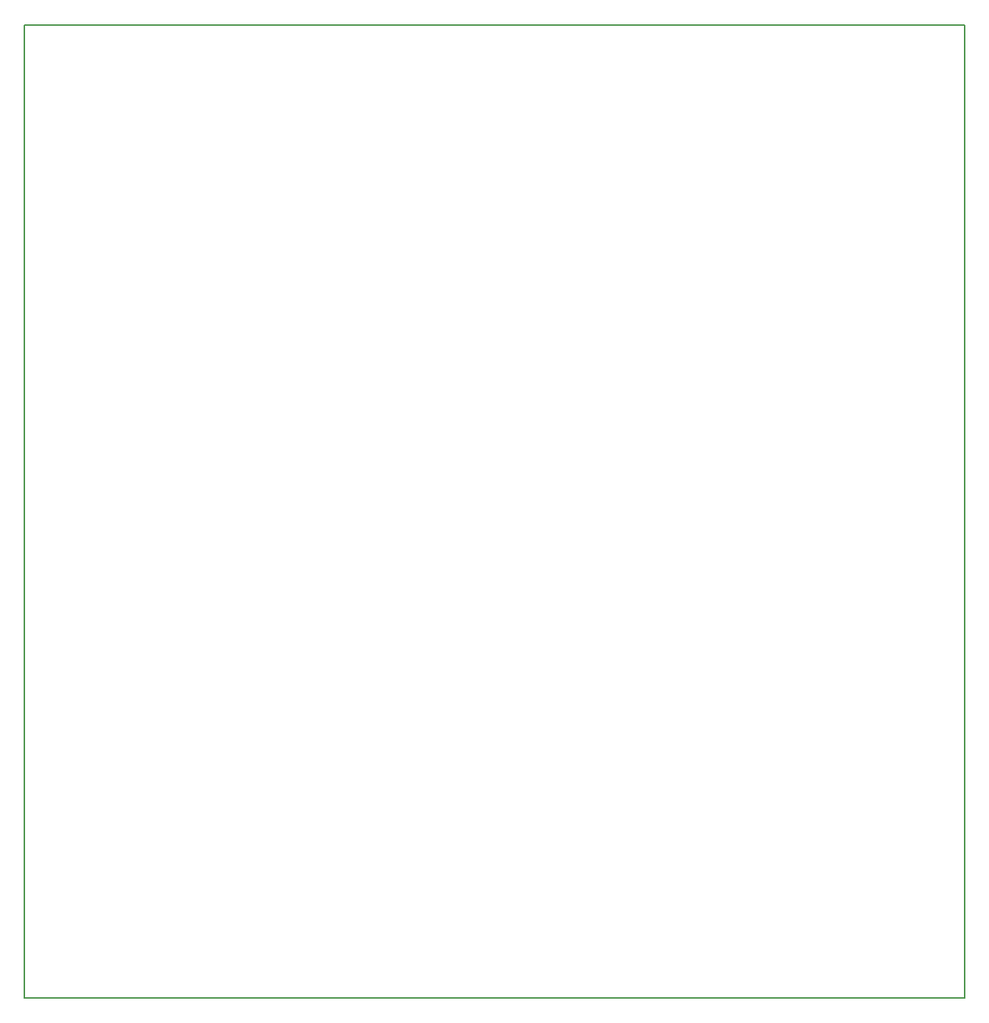
<source format=gbr>
%TF.GenerationSoftware,Altium Limited,Altium Designer,21.8.1 (53)*%
G04 Layer_Color=16711935*
%FSLAX44Y44*%
%MOMM*%
%TF.SameCoordinates,CDC473F9-1FC5-4C8A-9042-356631BF9B38*%
%TF.FilePolarity,Positive*%
%TF.FileFunction,Keep-out,Top*%
%TF.Part,Single*%
G01*
G75*
%TA.AperFunction,NonConductor*%
%ADD33C,0.2000*%
D33*
X0Y0D02*
X1079500D01*
X0Y1117600D02*
X1079500D01*
Y0D02*
Y1117600D01*
X0Y0D02*
Y1117600D01*
%TF.MD5,f45a539b7575102f88dd9804d39e211e*%
M02*

</source>
